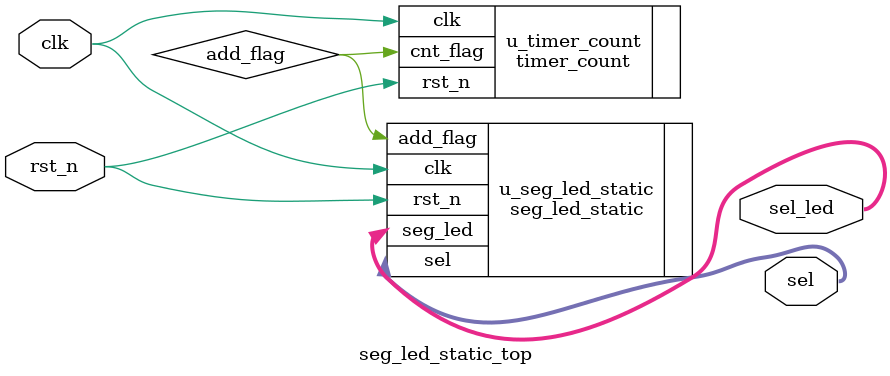
<source format=v>
module seg_led_static_top
(

  input clk,
  input rst_n,
  
  
  output [5 : 0] sel,    //数码管的片选信号
  output [7 : 0] sel_led //数码管的段选信号

);


parameter TIME_DELAY = 25'd25_000_000;


wire add_flag;    //数码管显示加一信号

//例化时钟信号，每隔0.5产生一个时钟周期信号
timer_count #
(
  .MAX_CNT_NUM  (TIME_DELAY)
)u_timer_count(
  .clk   (clk    ),
  .rst_n (rst_n  ),
  .cnt_flag  (add_flag)
);

//数码管控制
seg_led_static u_seg_led_static(
    .clk        (clk     ), 
    .rst_n      (rst_n   ),

    .add_flag   (add_flag),           
    
    .sel        (sel     ),     
    .seg_led    (sel_led )
);

endmodule
</source>
